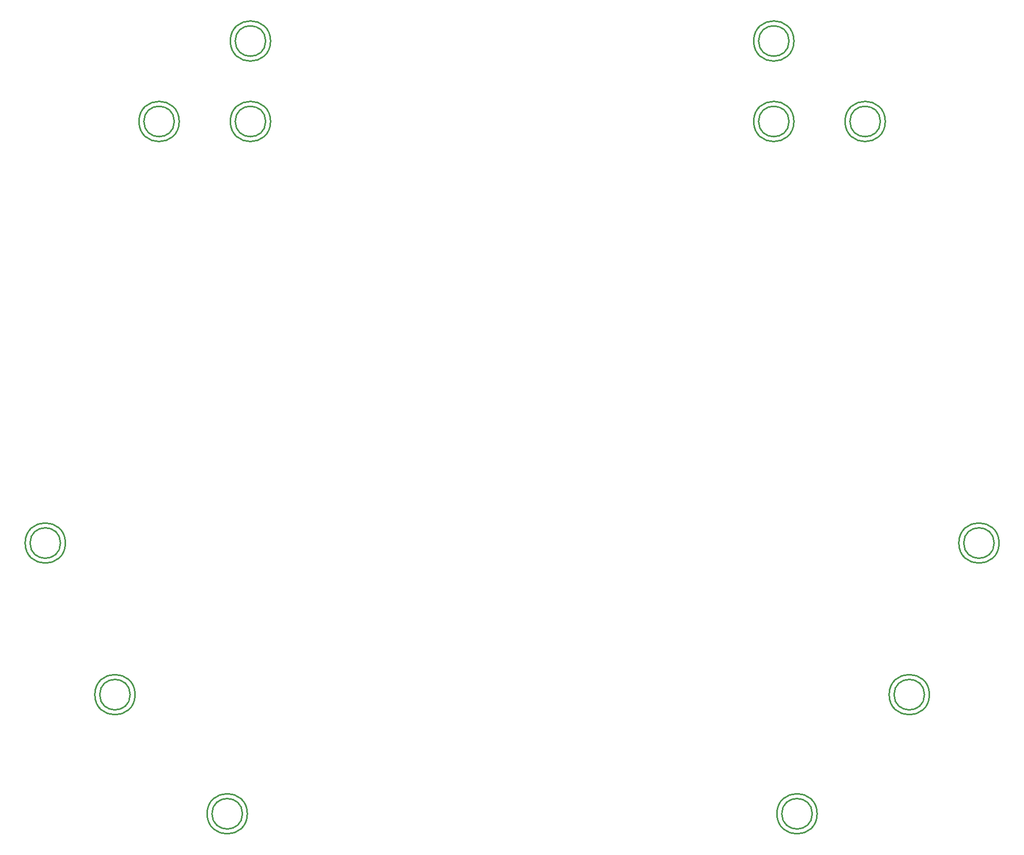
<source format=gm1>
%FSAX25Y25*%
%MOIN*%
G70*
G01*
G75*
G04 Layer_Color=16711935*
%ADD10O,0.08661X0.02362*%
%ADD11R,0.03000X0.03543*%
%ADD12R,0.05118X0.05512*%
%ADD13R,0.05512X0.05118*%
%ADD14R,0.03543X0.03000*%
%ADD15R,0.05000X0.06693*%
%ADD16R,0.04921X0.03937*%
%ADD17R,0.08661X0.02362*%
%ADD18O,0.08661X0.02362*%
%ADD19O,0.02362X0.08661*%
%ADD20R,0.09449X0.09843*%
%ADD21C,0.01575*%
%ADD22C,0.01181*%
%ADD23C,0.00984*%
%ADD24C,0.01000*%
%ADD25C,0.03150*%
%ADD26C,0.03937*%
%ADD27C,0.02756*%
%ADD28C,0.02362*%
%ADD29C,0.00591*%
%ADD30C,0.05906*%
%ADD31R,0.05906X0.05906*%
%ADD32C,0.05118*%
%ADD33C,0.07874*%
%ADD34O,0.10236X0.07874*%
%ADD35O,0.08268X0.07874*%
%ADD36R,0.05118X0.09843*%
%ADD37O,0.05118X0.09843*%
%ADD38R,0.06299X0.06299*%
%ADD39C,0.06299*%
%ADD40C,2.75591*%
%ADD41C,0.39370*%
%ADD42C,0.19685*%
%ADD43C,0.05500*%
%ADD44C,0.06693*%
%ADD45C,0.05000*%
%ADD46C,0.01969*%
%ADD47R,0.09646X0.09843*%
%ADD48R,0.09843X0.09449*%
%ADD49R,0.02362X0.08661*%
%ADD50O,0.02362X0.08661*%
%ADD51R,0.20866X0.07087*%
%ADD52O,0.03937X0.01024*%
%ADD53O,0.01024X0.03937*%
%ADD54R,0.03937X0.01024*%
%ADD55R,0.03543X0.01575*%
%ADD56R,0.09449X0.12598*%
%ADD57R,0.06693X0.05000*%
%ADD58R,0.09843X0.14961*%
%ADD59R,0.01969X0.05512*%
%ADD60O,0.08661X0.01575*%
%ADD61R,0.08661X0.01575*%
%ADD62R,0.18110X0.09252*%
%ADD63O,0.01378X0.06299*%
%ADD64R,0.07087X0.07874*%
%ADD65R,0.03543X0.01575*%
%ADD66R,0.09843X0.09646*%
%ADD67R,0.03937X0.04921*%
%ADD68O,0.02165X0.07874*%
%ADD69R,0.15000X0.19685*%
%ADD70R,0.01575X0.03543*%
%ADD71R,0.06000X0.06299*%
%ADD72R,0.06299X0.06000*%
%ADD73C,0.00787*%
%ADD74C,0.00141*%
%ADD75C,0.01378*%
%ADD76C,0.01200*%
%ADD77O,0.09461X0.03162*%
%ADD78R,0.03800X0.04343*%
%ADD79R,0.05918X0.06312*%
%ADD80R,0.06312X0.05918*%
%ADD81R,0.04343X0.03800*%
%ADD82R,0.05800X0.07493*%
%ADD83R,0.05721X0.04737*%
%ADD84R,0.09461X0.03162*%
%ADD85O,0.09461X0.03162*%
%ADD86O,0.03162X0.09461*%
%ADD87R,0.10249X0.10642*%
%ADD88C,0.06706*%
%ADD89R,0.06706X0.06706*%
%ADD90C,0.05918*%
%ADD91C,0.08674*%
%ADD92O,0.11036X0.08674*%
%ADD93O,0.09068X0.08674*%
%ADD94R,0.05918X0.10642*%
%ADD95O,0.05918X0.10642*%
%ADD96R,0.07099X0.07099*%
%ADD97C,0.07099*%
%ADD98C,2.76391*%
%ADD99C,0.40170*%
%ADD100C,0.20485*%
%ADD101C,0.06300*%
%ADD102C,0.07493*%
%ADD103C,0.05800*%
%ADD104R,0.10446X0.10642*%
%ADD105R,0.10642X0.10249*%
%ADD106R,0.03162X0.09461*%
%ADD107O,0.03162X0.09461*%
%ADD108R,0.21666X0.07887*%
%ADD109O,0.04737X0.01824*%
%ADD110O,0.01824X0.04737*%
%ADD111R,0.04737X0.01824*%
%ADD112R,0.04343X0.02375*%
%ADD113R,0.10249X0.13398*%
%ADD114R,0.07493X0.05800*%
%ADD115O,0.09461X0.02375*%
%ADD116R,0.09461X0.02375*%
%ADD117R,0.18910X0.10052*%
%ADD118O,0.02178X0.07099*%
%ADD119R,0.07887X0.08674*%
%ADD120R,0.04343X0.02375*%
%ADD121R,0.10642X0.10446*%
%ADD122R,0.04737X0.05721*%
%ADD123O,0.02965X0.08674*%
%ADD124R,0.15800X0.20485*%
%ADD125R,0.02375X0.04343*%
%ADD126R,0.06800X0.07099*%
%ADD127R,0.07099X0.06800*%
%ADD128C,0.00394*%
%ADD129C,0.00800*%
%ADD130C,0.00150*%
%ADD131C,0.00500*%
D24*
X0595342Y0609000D02*
G03*
X0595342Y0609000I-0009843J0000000D01*
G01*
X0598492D02*
G03*
X0598492Y0609000I-0012992J0000000D01*
G01*
X0640343Y0511000D02*
G03*
X0640343Y0511000I-0009843J0000000D01*
G01*
X0643492D02*
G03*
X0643492Y0511000I-0012992J0000000D01*
G01*
X0712843Y0434000D02*
G03*
X0712843Y0434000I-0009843J0000000D01*
G01*
X0715992D02*
G03*
X0715992Y0434000I-0012992J0000000D01*
G01*
X1080842D02*
G03*
X1080842Y0434000I-0009843J0000000D01*
G01*
X1083992D02*
G03*
X1083992Y0434000I-0012992J0000000D01*
G01*
X1198343Y0609000D02*
G03*
X1198343Y0609000I-0009843J0000000D01*
G01*
X1201492D02*
G03*
X1201492Y0609000I-0012992J0000000D01*
G01*
X1124842Y0881500D02*
G03*
X1124842Y0881500I-0009843J0000000D01*
G01*
X1127992D02*
G03*
X1127992Y0881500I-0012992J0000000D01*
G01*
X1065843D02*
G03*
X1065843Y0881500I-0009843J0000000D01*
G01*
X1068992D02*
G03*
X1068992Y0881500I-0012992J0000000D01*
G01*
X1065843Y0933500D02*
G03*
X1065843Y0933500I-0009843J0000000D01*
G01*
X1068992D02*
G03*
X1068992Y0933500I-0012992J0000000D01*
G01*
X0727843D02*
G03*
X0727843Y0933500I-0009843J0000000D01*
G01*
X0730992D02*
G03*
X0730992Y0933500I-0012992J0000000D01*
G01*
X0727843Y0881500D02*
G03*
X0727843Y0881500I-0009843J0000000D01*
G01*
X0730992D02*
G03*
X0730992Y0881500I-0012992J0000000D01*
G01*
X0668843D02*
G03*
X0668843Y0881500I-0009843J0000000D01*
G01*
X0671992D02*
G03*
X0671992Y0881500I-0012992J0000000D01*
G01*
X1153343Y0511000D02*
G03*
X1153343Y0511000I-0009843J0000000D01*
G01*
X1156492D02*
G03*
X1156492Y0511000I-0012992J0000000D01*
G01*
M02*

</source>
